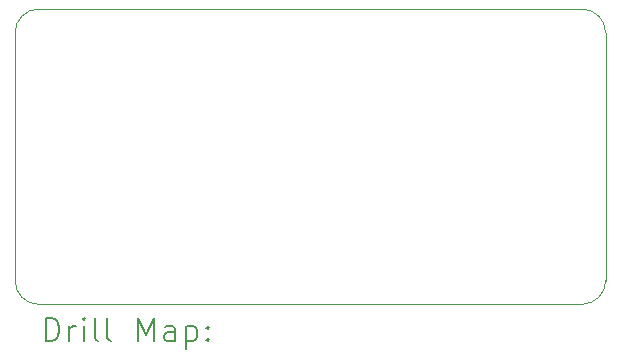
<source format=gbr>
%TF.GenerationSoftware,KiCad,Pcbnew,8.0.7*%
%TF.CreationDate,2025-01-15T21:05:21+03:00*%
%TF.ProjectId,Connector,436f6e6e-6563-4746-9f72-2e6b69636164,rev?*%
%TF.SameCoordinates,Original*%
%TF.FileFunction,Drillmap*%
%TF.FilePolarity,Positive*%
%FSLAX45Y45*%
G04 Gerber Fmt 4.5, Leading zero omitted, Abs format (unit mm)*
G04 Created by KiCad (PCBNEW 8.0.7) date 2025-01-15 21:05:21*
%MOMM*%
%LPD*%
G01*
G04 APERTURE LIST*
%ADD10C,0.050000*%
%ADD11C,0.200000*%
G04 APERTURE END LIST*
D10*
X12350110Y-9450360D02*
G75*
G02*
X12550110Y-9250360I200000J0D01*
G01*
X17350110Y-11550360D02*
G75*
G02*
X17150110Y-11750360I-200000J0D01*
G01*
X17150110Y-9250360D02*
G75*
G02*
X17350110Y-9450360I0J-200000D01*
G01*
X12550110Y-11750360D02*
X17150110Y-11750360D01*
X17150110Y-9250360D02*
X12550110Y-9250360D01*
X12550110Y-11750360D02*
G75*
G02*
X12350110Y-11550360I0J200000D01*
G01*
X17350110Y-11550360D02*
X17350110Y-9450360D01*
X12350110Y-9450360D02*
X12350110Y-11550360D01*
D11*
X12608387Y-12064344D02*
X12608387Y-11864344D01*
X12608387Y-11864344D02*
X12656006Y-11864344D01*
X12656006Y-11864344D02*
X12684577Y-11873868D01*
X12684577Y-11873868D02*
X12703625Y-11892915D01*
X12703625Y-11892915D02*
X12713149Y-11911963D01*
X12713149Y-11911963D02*
X12722672Y-11950058D01*
X12722672Y-11950058D02*
X12722672Y-11978629D01*
X12722672Y-11978629D02*
X12713149Y-12016725D01*
X12713149Y-12016725D02*
X12703625Y-12035772D01*
X12703625Y-12035772D02*
X12684577Y-12054820D01*
X12684577Y-12054820D02*
X12656006Y-12064344D01*
X12656006Y-12064344D02*
X12608387Y-12064344D01*
X12808387Y-12064344D02*
X12808387Y-11931010D01*
X12808387Y-11969106D02*
X12817911Y-11950058D01*
X12817911Y-11950058D02*
X12827434Y-11940534D01*
X12827434Y-11940534D02*
X12846482Y-11931010D01*
X12846482Y-11931010D02*
X12865530Y-11931010D01*
X12932196Y-12064344D02*
X12932196Y-11931010D01*
X12932196Y-11864344D02*
X12922672Y-11873868D01*
X12922672Y-11873868D02*
X12932196Y-11883391D01*
X12932196Y-11883391D02*
X12941720Y-11873868D01*
X12941720Y-11873868D02*
X12932196Y-11864344D01*
X12932196Y-11864344D02*
X12932196Y-11883391D01*
X13056006Y-12064344D02*
X13036958Y-12054820D01*
X13036958Y-12054820D02*
X13027434Y-12035772D01*
X13027434Y-12035772D02*
X13027434Y-11864344D01*
X13160768Y-12064344D02*
X13141720Y-12054820D01*
X13141720Y-12054820D02*
X13132196Y-12035772D01*
X13132196Y-12035772D02*
X13132196Y-11864344D01*
X13389339Y-12064344D02*
X13389339Y-11864344D01*
X13389339Y-11864344D02*
X13456006Y-12007201D01*
X13456006Y-12007201D02*
X13522672Y-11864344D01*
X13522672Y-11864344D02*
X13522672Y-12064344D01*
X13703625Y-12064344D02*
X13703625Y-11959582D01*
X13703625Y-11959582D02*
X13694101Y-11940534D01*
X13694101Y-11940534D02*
X13675053Y-11931010D01*
X13675053Y-11931010D02*
X13636958Y-11931010D01*
X13636958Y-11931010D02*
X13617911Y-11940534D01*
X13703625Y-12054820D02*
X13684577Y-12064344D01*
X13684577Y-12064344D02*
X13636958Y-12064344D01*
X13636958Y-12064344D02*
X13617911Y-12054820D01*
X13617911Y-12054820D02*
X13608387Y-12035772D01*
X13608387Y-12035772D02*
X13608387Y-12016725D01*
X13608387Y-12016725D02*
X13617911Y-11997677D01*
X13617911Y-11997677D02*
X13636958Y-11988153D01*
X13636958Y-11988153D02*
X13684577Y-11988153D01*
X13684577Y-11988153D02*
X13703625Y-11978629D01*
X13798863Y-11931010D02*
X13798863Y-12131010D01*
X13798863Y-11940534D02*
X13817911Y-11931010D01*
X13817911Y-11931010D02*
X13856006Y-11931010D01*
X13856006Y-11931010D02*
X13875053Y-11940534D01*
X13875053Y-11940534D02*
X13884577Y-11950058D01*
X13884577Y-11950058D02*
X13894101Y-11969106D01*
X13894101Y-11969106D02*
X13894101Y-12026248D01*
X13894101Y-12026248D02*
X13884577Y-12045296D01*
X13884577Y-12045296D02*
X13875053Y-12054820D01*
X13875053Y-12054820D02*
X13856006Y-12064344D01*
X13856006Y-12064344D02*
X13817911Y-12064344D01*
X13817911Y-12064344D02*
X13798863Y-12054820D01*
X13979815Y-12045296D02*
X13989339Y-12054820D01*
X13989339Y-12054820D02*
X13979815Y-12064344D01*
X13979815Y-12064344D02*
X13970292Y-12054820D01*
X13970292Y-12054820D02*
X13979815Y-12045296D01*
X13979815Y-12045296D02*
X13979815Y-12064344D01*
X13979815Y-11940534D02*
X13989339Y-11950058D01*
X13989339Y-11950058D02*
X13979815Y-11959582D01*
X13979815Y-11959582D02*
X13970292Y-11950058D01*
X13970292Y-11950058D02*
X13979815Y-11940534D01*
X13979815Y-11940534D02*
X13979815Y-11959582D01*
M02*

</source>
